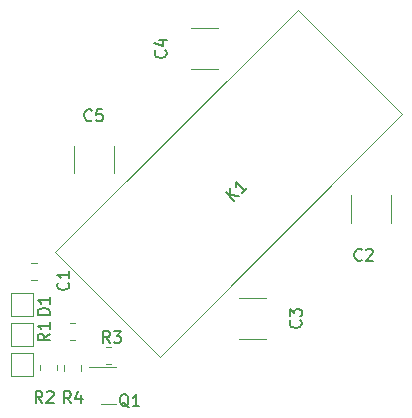
<source format=gbr>
%TF.GenerationSoftware,KiCad,Pcbnew,(6.0.7)*%
%TF.CreationDate,2022-09-13T12:21:28-04:00*%
%TF.ProjectId,switch-board,73776974-6368-42d6-926f-6172642e6b69,A*%
%TF.SameCoordinates,Original*%
%TF.FileFunction,Legend,Top*%
%TF.FilePolarity,Positive*%
%FSLAX46Y46*%
G04 Gerber Fmt 4.6, Leading zero omitted, Abs format (unit mm)*
G04 Created by KiCad (PCBNEW (6.0.7)) date 2022-09-13 12:21:28*
%MOMM*%
%LPD*%
G01*
G04 APERTURE LIST*
%ADD10C,0.150000*%
%ADD11C,0.120000*%
G04 APERTURE END LIST*
D10*
%TO.C,C2*%
X119213333Y-69953142D02*
X119165714Y-70000761D01*
X119022857Y-70048380D01*
X118927619Y-70048380D01*
X118784761Y-70000761D01*
X118689523Y-69905523D01*
X118641904Y-69810285D01*
X118594285Y-69619809D01*
X118594285Y-69476952D01*
X118641904Y-69286476D01*
X118689523Y-69191238D01*
X118784761Y-69096000D01*
X118927619Y-69048380D01*
X119022857Y-69048380D01*
X119165714Y-69096000D01*
X119213333Y-69143619D01*
X119594285Y-69143619D02*
X119641904Y-69096000D01*
X119737142Y-69048380D01*
X119975238Y-69048380D01*
X120070476Y-69096000D01*
X120118095Y-69143619D01*
X120165714Y-69238857D01*
X120165714Y-69334095D01*
X120118095Y-69476952D01*
X119546666Y-70048380D01*
X120165714Y-70048380D01*
%TO.C,R4*%
X94575333Y-82113380D02*
X94242000Y-81637190D01*
X94003904Y-82113380D02*
X94003904Y-81113380D01*
X94384857Y-81113380D01*
X94480095Y-81161000D01*
X94527714Y-81208619D01*
X94575333Y-81303857D01*
X94575333Y-81446714D01*
X94527714Y-81541952D01*
X94480095Y-81589571D01*
X94384857Y-81637190D01*
X94003904Y-81637190D01*
X95432476Y-81446714D02*
X95432476Y-82113380D01*
X95194380Y-81065761D02*
X94956285Y-81780047D01*
X95575333Y-81780047D01*
%TO.C,C1*%
X94337142Y-71905666D02*
X94384761Y-71953285D01*
X94432380Y-72096142D01*
X94432380Y-72191380D01*
X94384761Y-72334238D01*
X94289523Y-72429476D01*
X94194285Y-72477095D01*
X94003809Y-72524714D01*
X93860952Y-72524714D01*
X93670476Y-72477095D01*
X93575238Y-72429476D01*
X93480000Y-72334238D01*
X93432380Y-72191380D01*
X93432380Y-72096142D01*
X93480000Y-71953285D01*
X93527619Y-71905666D01*
X94432380Y-70953285D02*
X94432380Y-71524714D01*
X94432380Y-71239000D02*
X93432380Y-71239000D01*
X93575238Y-71334238D01*
X93670476Y-71429476D01*
X93718095Y-71524714D01*
%TO.C,R3*%
X97877333Y-77017380D02*
X97544000Y-76541190D01*
X97305904Y-77017380D02*
X97305904Y-76017380D01*
X97686857Y-76017380D01*
X97782095Y-76065000D01*
X97829714Y-76112619D01*
X97877333Y-76207857D01*
X97877333Y-76350714D01*
X97829714Y-76445952D01*
X97782095Y-76493571D01*
X97686857Y-76541190D01*
X97305904Y-76541190D01*
X98210666Y-76017380D02*
X98829714Y-76017380D01*
X98496380Y-76398333D01*
X98639238Y-76398333D01*
X98734476Y-76445952D01*
X98782095Y-76493571D01*
X98829714Y-76588809D01*
X98829714Y-76826904D01*
X98782095Y-76922142D01*
X98734476Y-76969761D01*
X98639238Y-77017380D01*
X98353523Y-77017380D01*
X98258285Y-76969761D01*
X98210666Y-76922142D01*
%TO.C,R1*%
X92781380Y-76223666D02*
X92305190Y-76557000D01*
X92781380Y-76795095D02*
X91781380Y-76795095D01*
X91781380Y-76414142D01*
X91829000Y-76318904D01*
X91876619Y-76271285D01*
X91971857Y-76223666D01*
X92114714Y-76223666D01*
X92209952Y-76271285D01*
X92257571Y-76318904D01*
X92305190Y-76414142D01*
X92305190Y-76795095D01*
X92781380Y-75271285D02*
X92781380Y-75842714D01*
X92781380Y-75557000D02*
X91781380Y-75557000D01*
X91924238Y-75652238D01*
X92019476Y-75747476D01*
X92067095Y-75842714D01*
%TO.C,C3*%
X114022142Y-75096666D02*
X114069761Y-75144285D01*
X114117380Y-75287142D01*
X114117380Y-75382380D01*
X114069761Y-75525238D01*
X113974523Y-75620476D01*
X113879285Y-75668095D01*
X113688809Y-75715714D01*
X113545952Y-75715714D01*
X113355476Y-75668095D01*
X113260238Y-75620476D01*
X113165000Y-75525238D01*
X113117380Y-75382380D01*
X113117380Y-75287142D01*
X113165000Y-75144285D01*
X113212619Y-75096666D01*
X113117380Y-74763333D02*
X113117380Y-74144285D01*
X113498333Y-74477619D01*
X113498333Y-74334761D01*
X113545952Y-74239523D01*
X113593571Y-74191904D01*
X113688809Y-74144285D01*
X113926904Y-74144285D01*
X114022142Y-74191904D01*
X114069761Y-74239523D01*
X114117380Y-74334761D01*
X114117380Y-74620476D01*
X114069761Y-74715714D01*
X114022142Y-74763333D01*
%TO.C,D1*%
X92781380Y-74636095D02*
X91781380Y-74636095D01*
X91781380Y-74398000D01*
X91829000Y-74255142D01*
X91924238Y-74159904D01*
X92019476Y-74112285D01*
X92209952Y-74064666D01*
X92352809Y-74064666D01*
X92543285Y-74112285D01*
X92638523Y-74159904D01*
X92733761Y-74255142D01*
X92781380Y-74398000D01*
X92781380Y-74636095D01*
X92781380Y-73112285D02*
X92781380Y-73683714D01*
X92781380Y-73398000D02*
X91781380Y-73398000D01*
X91924238Y-73493238D01*
X92019476Y-73588476D01*
X92067095Y-73683714D01*
%TO.C,C4*%
X102592142Y-52236666D02*
X102639761Y-52284285D01*
X102687380Y-52427142D01*
X102687380Y-52522380D01*
X102639761Y-52665238D01*
X102544523Y-52760476D01*
X102449285Y-52808095D01*
X102258809Y-52855714D01*
X102115952Y-52855714D01*
X101925476Y-52808095D01*
X101830238Y-52760476D01*
X101735000Y-52665238D01*
X101687380Y-52522380D01*
X101687380Y-52427142D01*
X101735000Y-52284285D01*
X101782619Y-52236666D01*
X102020714Y-51379523D02*
X102687380Y-51379523D01*
X101639761Y-51617619D02*
X102354047Y-51855714D01*
X102354047Y-51236666D01*
%TO.C,C5*%
X96353333Y-58142142D02*
X96305714Y-58189761D01*
X96162857Y-58237380D01*
X96067619Y-58237380D01*
X95924761Y-58189761D01*
X95829523Y-58094523D01*
X95781904Y-57999285D01*
X95734285Y-57808809D01*
X95734285Y-57665952D01*
X95781904Y-57475476D01*
X95829523Y-57380238D01*
X95924761Y-57285000D01*
X96067619Y-57237380D01*
X96162857Y-57237380D01*
X96305714Y-57285000D01*
X96353333Y-57332619D01*
X97258095Y-57237380D02*
X96781904Y-57237380D01*
X96734285Y-57713571D01*
X96781904Y-57665952D01*
X96877142Y-57618333D01*
X97115238Y-57618333D01*
X97210476Y-57665952D01*
X97258095Y-57713571D01*
X97305714Y-57808809D01*
X97305714Y-58046904D01*
X97258095Y-58142142D01*
X97210476Y-58189761D01*
X97115238Y-58237380D01*
X96877142Y-58237380D01*
X96781904Y-58189761D01*
X96734285Y-58142142D01*
%TO.C,K1*%
X108384365Y-64978189D02*
X107677258Y-64271083D01*
X108788426Y-64574128D02*
X108081319Y-64473113D01*
X108081319Y-63867021D02*
X108081319Y-64675144D01*
X109461861Y-63900693D02*
X109057800Y-64304754D01*
X109259831Y-64102724D02*
X108552724Y-63395617D01*
X108586396Y-63563976D01*
X108586396Y-63698663D01*
X108552724Y-63799678D01*
%TO.C,R2*%
X92162333Y-82097380D02*
X91829000Y-81621190D01*
X91590904Y-82097380D02*
X91590904Y-81097380D01*
X91971857Y-81097380D01*
X92067095Y-81145000D01*
X92114714Y-81192619D01*
X92162333Y-81287857D01*
X92162333Y-81430714D01*
X92114714Y-81525952D01*
X92067095Y-81573571D01*
X91971857Y-81621190D01*
X91590904Y-81621190D01*
X92543285Y-81192619D02*
X92590904Y-81145000D01*
X92686142Y-81097380D01*
X92924238Y-81097380D01*
X93019476Y-81145000D01*
X93067095Y-81192619D01*
X93114714Y-81287857D01*
X93114714Y-81383095D01*
X93067095Y-81525952D01*
X92495666Y-82097380D01*
X93114714Y-82097380D01*
%TO.C,Q1*%
X99472761Y-82446619D02*
X99377523Y-82399000D01*
X99282285Y-82303761D01*
X99139428Y-82160904D01*
X99044190Y-82113285D01*
X98948952Y-82113285D01*
X98996571Y-82351380D02*
X98901333Y-82303761D01*
X98806095Y-82208523D01*
X98758476Y-82018047D01*
X98758476Y-81684714D01*
X98806095Y-81494238D01*
X98901333Y-81399000D01*
X98996571Y-81351380D01*
X99187047Y-81351380D01*
X99282285Y-81399000D01*
X99377523Y-81494238D01*
X99425142Y-81684714D01*
X99425142Y-82018047D01*
X99377523Y-82208523D01*
X99282285Y-82303761D01*
X99187047Y-82351380D01*
X98996571Y-82351380D01*
X100377523Y-82351380D02*
X99806095Y-82351380D01*
X100091809Y-82351380D02*
X100091809Y-81351380D01*
X99996571Y-81494238D01*
X99901333Y-81589476D01*
X99806095Y-81637095D01*
D11*
%TO.C,C2*%
X121725000Y-66820252D02*
X121725000Y-64497748D01*
X118305000Y-66820252D02*
X118305000Y-64497748D01*
%TO.C,R4*%
X94007000Y-79348064D02*
X94007000Y-78893936D01*
X95477000Y-79348064D02*
X95477000Y-78893936D01*
%TO.C,C1*%
X91178748Y-70242000D02*
X91701252Y-70242000D01*
X91178748Y-71712000D02*
X91701252Y-71712000D01*
%TO.C,R3*%
X98017064Y-77354000D02*
X97562936Y-77354000D01*
X98017064Y-78824000D02*
X97562936Y-78824000D01*
%TO.C,R1*%
X94514936Y-76792000D02*
X94969064Y-76792000D01*
X94514936Y-75322000D02*
X94969064Y-75322000D01*
%TO.C,C3*%
X111143252Y-73220000D02*
X108820748Y-73220000D01*
X111143252Y-76640000D02*
X108820748Y-76640000D01*
%TO.C,C4*%
X104756748Y-50360000D02*
X107079252Y-50360000D01*
X104756748Y-53780000D02*
X107079252Y-53780000D01*
%TO.C,C5*%
X98230000Y-60306748D02*
X98230000Y-62629252D01*
X94810000Y-60306748D02*
X94810000Y-62629252D01*
%TO.C,J1*%
X89474000Y-72821000D02*
X91374000Y-72821000D01*
X89474000Y-74721000D02*
X89474000Y-72821000D01*
X91374000Y-72821000D02*
X91374000Y-74721000D01*
X91374000Y-74721000D02*
X89474000Y-74721000D01*
%TO.C,J2*%
X89474000Y-77901000D02*
X91374000Y-77901000D01*
X91374000Y-77901000D02*
X91374000Y-79801000D01*
X91374000Y-79801000D02*
X89474000Y-79801000D01*
X89474000Y-79801000D02*
X89474000Y-77901000D01*
%TO.C,K1*%
X113783631Y-48827534D02*
X93277534Y-69333631D01*
X93277534Y-69333631D02*
X102116369Y-78172466D01*
X102116369Y-78172466D02*
X122622466Y-57666369D01*
X122622466Y-57666369D02*
X113783631Y-48827534D01*
%TO.C,R2*%
X91975000Y-79332064D02*
X91975000Y-78877936D01*
X93445000Y-79332064D02*
X93445000Y-78877936D01*
%TO.C,J7*%
X89474000Y-75361000D02*
X91374000Y-75361000D01*
X91374000Y-77261000D02*
X89474000Y-77261000D01*
X91374000Y-75361000D02*
X91374000Y-77261000D01*
X89474000Y-77261000D02*
X89474000Y-75361000D01*
%TO.C,Q1*%
X97790000Y-79069000D02*
X98440000Y-79069000D01*
X97790000Y-82189000D02*
X97140000Y-82189000D01*
X97790000Y-79069000D02*
X96115000Y-79069000D01*
X97790000Y-82189000D02*
X98440000Y-82189000D01*
%TD*%
M02*

</source>
